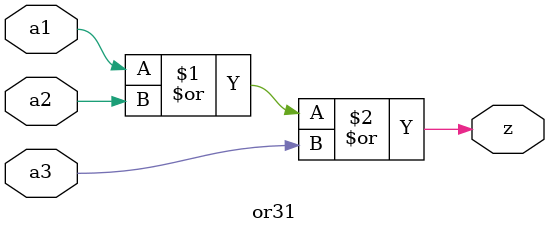
<source format=v>
module or31(a1,a2,a3,z );
input a1;
input a2;
input a3;
output z;
wire z;
assign z=a1|a2|a3;
endmodule
</source>
